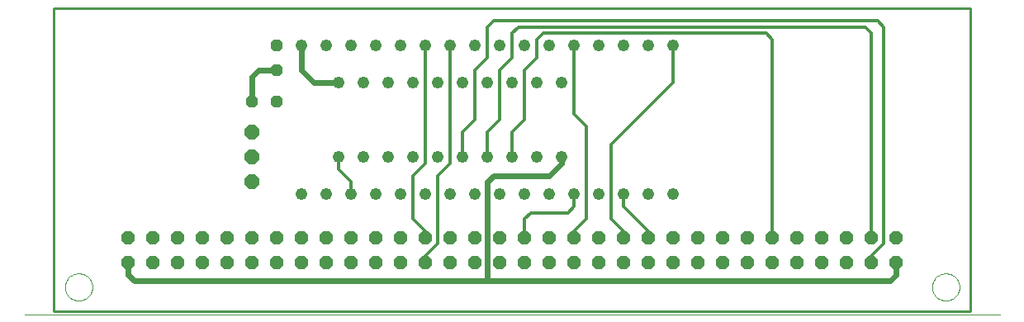
<source format=gtl>
G75*
%MOIN*%
%OFA0B0*%
%FSLAX24Y24*%
%IPPOS*%
%LPD*%
%AMOC8*
5,1,8,0,0,1.08239X$1,22.5*
%
%ADD10C,0.0100*%
%ADD11C,0.0000*%
%ADD12OC8,0.0540*%
%ADD13C,0.0480*%
%ADD14OC8,0.0480*%
%ADD15OC8,0.0600*%
%ADD16C,0.0240*%
%ADD17C,0.0120*%
D10*
X001290Y003158D02*
X038285Y003158D01*
X038285Y015400D01*
X001290Y015400D01*
X001290Y003158D01*
D11*
X000100Y003050D02*
X039480Y003050D01*
X036740Y004150D02*
X036742Y004197D01*
X036748Y004243D01*
X036758Y004289D01*
X036771Y004333D01*
X036789Y004377D01*
X036810Y004418D01*
X036834Y004458D01*
X036862Y004496D01*
X036893Y004531D01*
X036927Y004563D01*
X036963Y004592D01*
X037002Y004618D01*
X037042Y004641D01*
X037085Y004660D01*
X037129Y004676D01*
X037174Y004688D01*
X037220Y004696D01*
X037267Y004700D01*
X037313Y004700D01*
X037360Y004696D01*
X037406Y004688D01*
X037451Y004676D01*
X037495Y004660D01*
X037538Y004641D01*
X037578Y004618D01*
X037617Y004592D01*
X037653Y004563D01*
X037687Y004531D01*
X037718Y004496D01*
X037746Y004458D01*
X037770Y004418D01*
X037791Y004377D01*
X037809Y004333D01*
X037822Y004289D01*
X037832Y004243D01*
X037838Y004197D01*
X037840Y004150D01*
X037838Y004103D01*
X037832Y004057D01*
X037822Y004011D01*
X037809Y003967D01*
X037791Y003923D01*
X037770Y003882D01*
X037746Y003842D01*
X037718Y003804D01*
X037687Y003769D01*
X037653Y003737D01*
X037617Y003708D01*
X037578Y003682D01*
X037538Y003659D01*
X037495Y003640D01*
X037451Y003624D01*
X037406Y003612D01*
X037360Y003604D01*
X037313Y003600D01*
X037267Y003600D01*
X037220Y003604D01*
X037174Y003612D01*
X037129Y003624D01*
X037085Y003640D01*
X037042Y003659D01*
X037002Y003682D01*
X036963Y003708D01*
X036927Y003737D01*
X036893Y003769D01*
X036862Y003804D01*
X036834Y003842D01*
X036810Y003882D01*
X036789Y003923D01*
X036771Y003967D01*
X036758Y004011D01*
X036748Y004057D01*
X036742Y004103D01*
X036740Y004150D01*
X001740Y004150D02*
X001742Y004197D01*
X001748Y004243D01*
X001758Y004289D01*
X001771Y004333D01*
X001789Y004377D01*
X001810Y004418D01*
X001834Y004458D01*
X001862Y004496D01*
X001893Y004531D01*
X001927Y004563D01*
X001963Y004592D01*
X002002Y004618D01*
X002042Y004641D01*
X002085Y004660D01*
X002129Y004676D01*
X002174Y004688D01*
X002220Y004696D01*
X002267Y004700D01*
X002313Y004700D01*
X002360Y004696D01*
X002406Y004688D01*
X002451Y004676D01*
X002495Y004660D01*
X002538Y004641D01*
X002578Y004618D01*
X002617Y004592D01*
X002653Y004563D01*
X002687Y004531D01*
X002718Y004496D01*
X002746Y004458D01*
X002770Y004418D01*
X002791Y004377D01*
X002809Y004333D01*
X002822Y004289D01*
X002832Y004243D01*
X002838Y004197D01*
X002840Y004150D01*
X002838Y004103D01*
X002832Y004057D01*
X002822Y004011D01*
X002809Y003967D01*
X002791Y003923D01*
X002770Y003882D01*
X002746Y003842D01*
X002718Y003804D01*
X002687Y003769D01*
X002653Y003737D01*
X002617Y003708D01*
X002578Y003682D01*
X002538Y003659D01*
X002495Y003640D01*
X002451Y003624D01*
X002406Y003612D01*
X002360Y003604D01*
X002313Y003600D01*
X002267Y003600D01*
X002220Y003604D01*
X002174Y003612D01*
X002129Y003624D01*
X002085Y003640D01*
X002042Y003659D01*
X002002Y003682D01*
X001963Y003708D01*
X001927Y003737D01*
X001893Y003769D01*
X001862Y003804D01*
X001834Y003842D01*
X001810Y003882D01*
X001789Y003923D01*
X001771Y003967D01*
X001758Y004011D01*
X001748Y004057D01*
X001742Y004103D01*
X001740Y004150D01*
D12*
X004290Y005150D03*
X005290Y005150D03*
X006290Y005150D03*
X007290Y005150D03*
X008290Y005150D03*
X009290Y005150D03*
X010290Y005150D03*
X011290Y005150D03*
X012290Y005150D03*
X013290Y005150D03*
X014290Y005150D03*
X015290Y005150D03*
X016290Y005150D03*
X017290Y005150D03*
X018290Y005150D03*
X019290Y005150D03*
X020290Y005150D03*
X021290Y005150D03*
X022290Y005150D03*
X023290Y005150D03*
X024290Y005150D03*
X025290Y005150D03*
X026290Y005150D03*
X027290Y005150D03*
X028290Y005150D03*
X029290Y005150D03*
X030290Y005150D03*
X031290Y005150D03*
X032290Y005150D03*
X033290Y005150D03*
X034290Y005150D03*
X035290Y005150D03*
X035290Y006150D03*
X034290Y006150D03*
X033290Y006150D03*
X032290Y006150D03*
X031290Y006150D03*
X030290Y006150D03*
X029290Y006150D03*
X028290Y006150D03*
X027290Y006150D03*
X026290Y006150D03*
X025290Y006150D03*
X024290Y006150D03*
X023290Y006150D03*
X022290Y006150D03*
X021290Y006150D03*
X020290Y006150D03*
X019290Y006150D03*
X018290Y006150D03*
X017290Y006150D03*
X016290Y006150D03*
X015290Y006150D03*
X014290Y006150D03*
X013290Y006150D03*
X012290Y006150D03*
X011290Y006150D03*
X010290Y006150D03*
X009290Y006150D03*
X008290Y006150D03*
X007290Y006150D03*
X006290Y006150D03*
X005290Y006150D03*
X004290Y006150D03*
D13*
X011290Y007900D03*
X012290Y007900D03*
X013290Y007900D03*
X014290Y007900D03*
X015290Y007900D03*
X016290Y007900D03*
X017290Y007900D03*
X018290Y007900D03*
X019290Y007900D03*
X020290Y007900D03*
X021290Y007900D03*
X022290Y007900D03*
X023290Y007900D03*
X024290Y007900D03*
X025290Y007900D03*
X026290Y007900D03*
X021790Y009400D03*
X020790Y009400D03*
X019790Y009400D03*
X018790Y009400D03*
X017790Y009400D03*
X016790Y009400D03*
X015790Y009400D03*
X014790Y009400D03*
X013790Y009400D03*
X012790Y009400D03*
X012790Y012400D03*
X013790Y012400D03*
X014790Y012400D03*
X015790Y012400D03*
X016790Y012400D03*
X017790Y012400D03*
X018790Y012400D03*
X019790Y012400D03*
X020790Y012400D03*
X021790Y012400D03*
X021290Y013900D03*
X020290Y013900D03*
X019290Y013900D03*
X018290Y013900D03*
X017290Y013900D03*
X016290Y013900D03*
X015290Y013900D03*
X014290Y013900D03*
X013290Y013900D03*
X012290Y013900D03*
X011290Y013900D03*
X022290Y013900D03*
X023290Y013900D03*
X024290Y013900D03*
X025290Y013900D03*
X026290Y013900D03*
D14*
X010290Y013900D03*
X010290Y012900D03*
X010290Y011650D03*
X009290Y011650D03*
D15*
X009290Y010400D03*
X009290Y009400D03*
X009290Y008400D03*
D16*
X009290Y011650D02*
X009290Y012650D01*
X009540Y012900D01*
X010290Y012900D01*
X011290Y012900D02*
X011790Y012400D01*
X012790Y012400D01*
X011290Y012900D02*
X011290Y013900D01*
X021790Y009400D02*
X021790Y009150D01*
X021290Y008650D01*
X019040Y008650D01*
X018790Y008400D01*
X018790Y004400D01*
X035040Y004400D01*
X035290Y004650D01*
X035290Y005150D01*
X018790Y004400D02*
X004540Y004400D01*
X004290Y004650D01*
X004290Y005150D01*
D17*
X012790Y008900D02*
X013290Y008400D01*
X013290Y007900D01*
X015790Y008650D02*
X015790Y006900D01*
X016290Y006400D01*
X016290Y006150D01*
X016790Y005900D02*
X016790Y008650D01*
X017290Y009150D01*
X017290Y013900D01*
X016290Y013900D02*
X016290Y009150D01*
X015790Y008650D01*
X017790Y009400D02*
X017790Y010400D01*
X018290Y010900D01*
X018290Y012900D01*
X018790Y013400D01*
X018790Y014650D01*
X019040Y014900D01*
X034540Y014900D01*
X034790Y014650D01*
X034790Y005900D01*
X034290Y005400D01*
X034290Y005150D01*
X034290Y006150D02*
X034290Y014400D01*
X034040Y014650D01*
X020040Y014650D01*
X019790Y014400D01*
X019790Y013400D01*
X019290Y012900D01*
X019290Y010900D01*
X018790Y010400D01*
X018790Y009400D01*
X019790Y009400D02*
X019790Y010400D01*
X020290Y010900D01*
X020290Y012900D01*
X020790Y013400D01*
X020790Y014150D01*
X021040Y014400D01*
X030040Y014400D01*
X030290Y014150D01*
X030290Y006150D01*
X025290Y006150D02*
X025290Y006400D01*
X024290Y007400D01*
X024290Y007900D01*
X022290Y007900D02*
X022290Y007400D01*
X022040Y007150D01*
X020540Y007150D01*
X020290Y006900D01*
X020290Y006150D01*
X022290Y006150D02*
X022290Y006400D01*
X022790Y006900D01*
X022790Y010650D01*
X022290Y011150D01*
X022290Y013900D01*
X026290Y013900D02*
X026290Y012400D01*
X023790Y009900D01*
X023790Y006900D01*
X024290Y006400D01*
X024290Y006150D01*
X016790Y005900D02*
X016290Y005400D01*
X016290Y005150D01*
X012790Y008900D02*
X012790Y009400D01*
M02*

</source>
